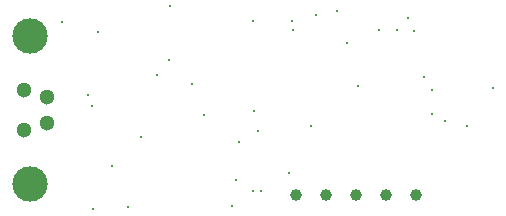
<source format=gbr>
%TF.GenerationSoftware,KiCad,Pcbnew,8.0.8*%
%TF.CreationDate,2025-02-03T14:21:21+01:00*%
%TF.ProjectId,TTS,5454532e-6b69-4636-9164-5f7063625858,rev?*%
%TF.SameCoordinates,PX2255100PY2ebae40*%
%TF.FileFunction,Plated,1,2,PTH,Drill*%
%TF.FilePolarity,Positive*%
%FSLAX46Y46*%
G04 Gerber Fmt 4.6, Leading zero omitted, Abs format (unit mm)*
G04 Created by KiCad (PCBNEW 8.0.8) date 2025-02-03 14:21:21*
%MOMM*%
%LPD*%
G01*
G04 APERTURE LIST*
%TA.AperFunction,ViaDrill*%
%ADD10C,0.300000*%
%TD*%
%TA.AperFunction,ComponentDrill*%
%ADD11C,1.000000*%
%TD*%
%TA.AperFunction,ComponentDrill*%
%ADD12C,1.300000*%
%TD*%
%TA.AperFunction,ComponentDrill*%
%ADD13C,3.000000*%
%TD*%
G04 APERTURE END LIST*
D10*
X105390000Y15470000D03*
X107660000Y9250000D03*
X107930000Y8360000D03*
X108020000Y-390000D03*
X108480000Y14590000D03*
X109680000Y3220000D03*
X111020000Y-180000D03*
X112130000Y5690000D03*
X113509382Y10960000D03*
X114520000Y12220000D03*
X114580000Y16770000D03*
X116450000Y10240000D03*
X117410000Y7590000D03*
X119830000Y-120000D03*
X120190000Y2100000D03*
X120430000Y5270000D03*
X121595000Y15550000D03*
X121600000Y1130000D03*
X121690000Y7900000D03*
X122020000Y6260000D03*
X122299883Y1117039D03*
X124624644Y2694861D03*
X124925000Y15575000D03*
X124945000Y14800000D03*
X126550000Y6610000D03*
X126950000Y16010000D03*
X128728359Y16398359D03*
X129600000Y13673526D03*
X130470000Y10050000D03*
X132295000Y14750000D03*
X133785000Y14730000D03*
X134750000Y15750000D03*
X135225000Y14680000D03*
X136100000Y10790000D03*
X136770000Y7690000D03*
X136780000Y9730000D03*
X137840000Y7090000D03*
X139760000Y6680000D03*
X141880000Y9880000D03*
D11*
%TO.C,J2*%
X125280000Y810000D03*
X127820000Y810000D03*
X130360001Y810000D03*
X132900000Y810000D03*
X135440000Y810000D03*
D12*
%TO.C,J1*%
X102200000Y9700000D03*
X102200000Y6300000D03*
X104150000Y9075000D03*
X104150000Y6925000D03*
D13*
X102700000Y14250000D03*
X102700000Y1750000D03*
M02*

</source>
